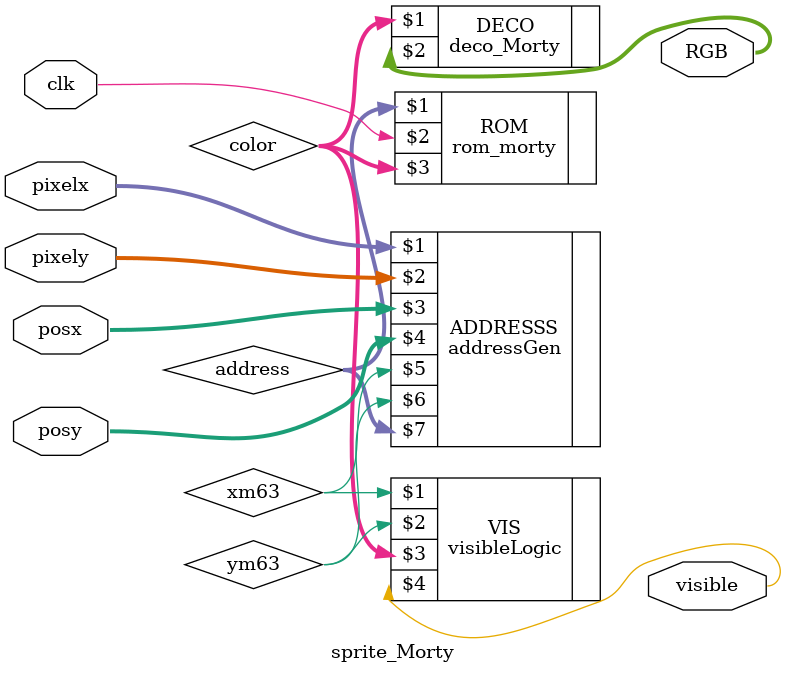
<source format=sv>
module sprite_Morty(input clk, input [9:0] posx,
						posy, pixelx, pixely,
						output [23:0] RGB,
						output visible);
//ROM
logic [0:11] address;
logic [2:0] color;
rom_morty  ROM (address,clk, color);	
//DECO
deco_Morty DECO (color, RGB);
logic xm63, ym63;
//ADDRESS GENERATION
addressGen ADDRESSS(pixelx, pixely,
            posx, posy, xm63, ym63,address);	
//VISIBLE LOGIC			
visibleLogic VIS (xm63, ym63,color, visible);						
endmodule

</source>
